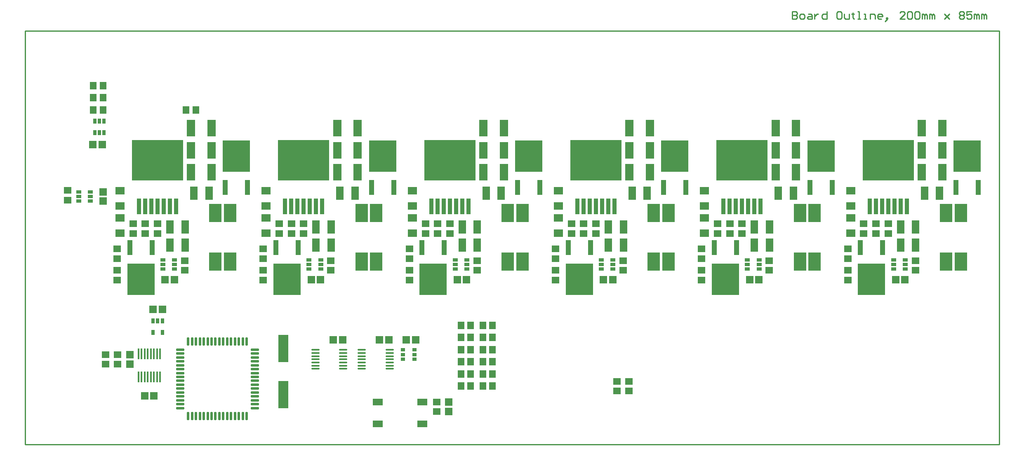
<source format=gtp>
%FSLAX44Y44*%
%MOMM*%
G71*
G01*
G75*
G04 Layer_Color=8421504*
%ADD10R,1.6000X1.5000*%
%ADD11R,1.5000X1.4000*%
%ADD12R,1.4000X1.5000*%
%ADD13R,0.6500X1.1000*%
%ADD14R,1.5000X1.6000*%
%ADD15R,1.1000X0.6500*%
%ADD16R,0.9500X3.2000*%
%ADD17R,10.5000X8.3000*%
%ADD18R,1.8000X3.5000*%
%ADD19R,1.9000X1.5000*%
%ADD20O,0.4000X2.2500*%
%ADD21R,0.9000X0.6500*%
%ADD22O,1.7000X0.3500*%
%ADD23O,0.5500X1.7500*%
%ADD24O,1.7500X0.5500*%
%ADD25R,2.5000X3.8500*%
%ADD26R,1.5000X2.8000*%
%ADD27R,1.0000X3.0500*%
%ADD28R,5.5500X6.5000*%
%ADD29R,2.1000X5.6000*%
%ADD30R,2.1000X1.4000*%
%ADD31C,0.2000*%
%ADD32C,1.5000*%
%ADD33C,0.8000*%
%ADD34C,1.2000*%
%ADD35C,0.7500*%
%ADD36C,1.0000*%
%ADD37C,0.2540*%
%ADD38R,1.5000X1.5000*%
%ADD39C,1.5000*%
%ADD40R,1.5000X1.5000*%
%ADD41C,1.0000*%
%ADD42C,7.0000*%
%ADD43C,2.5400*%
%ADD44C,0.5000*%
%ADD45C,0.9000*%
%ADD46C,1.0160*%
%ADD47C,1.9160*%
G04:AMPARAMS|DCode=48|XSize=2.424mm|YSize=2.424mm|CornerRadius=0mm|HoleSize=0mm|Usage=FLASHONLY|Rotation=0.000|XOffset=0mm|YOffset=0mm|HoleType=Round|Shape=Relief|Width=0.254mm|Gap=0.254mm|Entries=4|*
%AMTHD48*
7,0,0,2.4240,1.9160,0.2540,45*
%
%ADD48THD48*%
%ADD49C,1.3160*%
%ADD50C,4.5160*%
%ADD51C,2.5160*%
G04:AMPARAMS|DCode=52|XSize=3.024mm|YSize=3.024mm|CornerRadius=0mm|HoleSize=0mm|Usage=FLASHONLY|Rotation=0.000|XOffset=0mm|YOffset=0mm|HoleType=Round|Shape=Relief|Width=0.254mm|Gap=0.254mm|Entries=4|*
%AMTHD52*
7,0,0,3.0240,2.5160,0.2540,45*
%
%ADD52THD52*%
%ADD53C,1.2160*%
%ADD54C,1.5160*%
%ADD55C,0.2500*%
%ADD56C,0.6000*%
%ADD57C,0.3810*%
%ADD58C,0.2032*%
D10*
X1665000Y1990500D02*
D03*
Y2009500D02*
D03*
X1610000Y2344500D02*
D03*
Y2325500D02*
D03*
X2320000Y1893000D02*
D03*
Y1912000D02*
D03*
D11*
X1640000Y2010000D02*
D03*
Y1990000D02*
D03*
X1615000Y2010000D02*
D03*
Y1990000D02*
D03*
X1537500Y2347500D02*
D03*
Y2327500D02*
D03*
X2690000Y1935000D02*
D03*
Y1955000D02*
D03*
X2665000Y1935000D02*
D03*
Y1955000D02*
D03*
X2295000Y1892500D02*
D03*
Y1912500D02*
D03*
X3172000Y2279000D02*
D03*
Y2259000D02*
D03*
X3222000Y2279000D02*
D03*
Y2259000D02*
D03*
X3197000D02*
D03*
Y2279000D02*
D03*
X3139000Y2163000D02*
D03*
Y2183000D02*
D03*
Y2207000D02*
D03*
Y2227000D02*
D03*
X3278000Y2203000D02*
D03*
Y2183000D02*
D03*
X2272000Y2279000D02*
D03*
Y2259000D02*
D03*
X2322000Y2279000D02*
D03*
Y2259000D02*
D03*
X2297000D02*
D03*
Y2279000D02*
D03*
X2239000Y2163000D02*
D03*
Y2183000D02*
D03*
Y2207000D02*
D03*
Y2227000D02*
D03*
X2378000Y2203000D02*
D03*
Y2183000D02*
D03*
X2872000Y2279000D02*
D03*
Y2259000D02*
D03*
X2922000Y2279000D02*
D03*
Y2259000D02*
D03*
X2897000D02*
D03*
Y2279000D02*
D03*
X2839000Y2163000D02*
D03*
Y2183000D02*
D03*
Y2207000D02*
D03*
Y2227000D02*
D03*
X2978000Y2203000D02*
D03*
Y2183000D02*
D03*
X2572000Y2279000D02*
D03*
Y2259000D02*
D03*
X2622000Y2279000D02*
D03*
Y2259000D02*
D03*
X2597000D02*
D03*
Y2279000D02*
D03*
X2539000Y2163000D02*
D03*
Y2183000D02*
D03*
Y2207000D02*
D03*
Y2227000D02*
D03*
X2678000Y2203000D02*
D03*
Y2183000D02*
D03*
X1672000Y2279000D02*
D03*
Y2259000D02*
D03*
X1722000Y2279000D02*
D03*
Y2259000D02*
D03*
X1697000D02*
D03*
Y2279000D02*
D03*
X1639000Y2163000D02*
D03*
Y2183000D02*
D03*
Y2207000D02*
D03*
Y2227000D02*
D03*
X1778000Y2203000D02*
D03*
Y2183000D02*
D03*
X1972000Y2279000D02*
D03*
Y2259000D02*
D03*
X2022000Y2279000D02*
D03*
Y2259000D02*
D03*
X1997000D02*
D03*
Y2279000D02*
D03*
X1939000Y2163000D02*
D03*
Y2183000D02*
D03*
Y2207000D02*
D03*
Y2227000D02*
D03*
X2078000Y2203000D02*
D03*
Y2183000D02*
D03*
D12*
X1590250Y2512750D02*
D03*
X1610250D02*
D03*
Y2537750D02*
D03*
X1590250D02*
D03*
Y2562750D02*
D03*
X1610250D02*
D03*
X2345000Y1945000D02*
D03*
X2365000D02*
D03*
X2345000Y1970000D02*
D03*
X2365000D02*
D03*
X2345000Y1995000D02*
D03*
X2365000D02*
D03*
X2345000Y2020000D02*
D03*
X2365000D02*
D03*
X2345000Y2045000D02*
D03*
X2365000D02*
D03*
X2345000Y2070000D02*
D03*
X2365000D02*
D03*
X1780500Y2512750D02*
D03*
X1800500D02*
D03*
X2410000Y2070000D02*
D03*
X2390000D02*
D03*
X2410000Y2045000D02*
D03*
X2390000D02*
D03*
X2410000Y2020000D02*
D03*
X2390000D02*
D03*
X2410000Y1995000D02*
D03*
X2390000D02*
D03*
X2410000Y1970000D02*
D03*
X2390000D02*
D03*
X2410000Y1945000D02*
D03*
X2390000D02*
D03*
D13*
X1593250Y2489750D02*
D03*
X1602750D02*
D03*
X1612250D02*
D03*
Y2465750D02*
D03*
X1602750D02*
D03*
X1593250D02*
D03*
X1732000Y2055500D02*
D03*
X1713000D02*
D03*
Y2079500D02*
D03*
X1722500D02*
D03*
X1732000D02*
D03*
D14*
X1608250Y2441500D02*
D03*
X1589250D02*
D03*
X2233000Y2040000D02*
D03*
X2252000D02*
D03*
X2083000D02*
D03*
X2102000D02*
D03*
X2178000D02*
D03*
X2197000D02*
D03*
X1732000Y2102500D02*
D03*
X1713000D02*
D03*
X1695500Y1925000D02*
D03*
X1714500D02*
D03*
X3256500Y2164000D02*
D03*
X3237500D02*
D03*
X2356500D02*
D03*
X2337500D02*
D03*
X2956500D02*
D03*
X2937500D02*
D03*
X2656500D02*
D03*
X2637500D02*
D03*
X1756500D02*
D03*
X1737500D02*
D03*
X2056500D02*
D03*
X2037500D02*
D03*
D15*
X1560500Y2325500D02*
D03*
Y2335000D02*
D03*
Y2344500D02*
D03*
X1584500D02*
D03*
Y2335000D02*
D03*
Y2325500D02*
D03*
X3233000Y2204500D02*
D03*
Y2195000D02*
D03*
Y2185500D02*
D03*
X3257000D02*
D03*
Y2195000D02*
D03*
Y2204500D02*
D03*
X2333000D02*
D03*
Y2195000D02*
D03*
Y2185500D02*
D03*
X2357000D02*
D03*
Y2195000D02*
D03*
Y2204500D02*
D03*
X2933000D02*
D03*
Y2195000D02*
D03*
Y2185500D02*
D03*
X2957000D02*
D03*
Y2195000D02*
D03*
Y2204500D02*
D03*
X2633000D02*
D03*
Y2195000D02*
D03*
Y2185500D02*
D03*
X2657000D02*
D03*
Y2195000D02*
D03*
Y2204500D02*
D03*
X1733000D02*
D03*
Y2195000D02*
D03*
Y2185500D02*
D03*
X1757000D02*
D03*
Y2195000D02*
D03*
Y2204500D02*
D03*
X2033000D02*
D03*
Y2195000D02*
D03*
Y2185500D02*
D03*
X2057000D02*
D03*
Y2195000D02*
D03*
Y2204500D02*
D03*
D16*
X2883900Y2314500D02*
D03*
X2896600D02*
D03*
X2909300D02*
D03*
X2922000D02*
D03*
X2934700D02*
D03*
X2947400D02*
D03*
X2960100D02*
D03*
X1683900D02*
D03*
X1696600D02*
D03*
X1709300D02*
D03*
X1722000D02*
D03*
X1734700D02*
D03*
X1747400D02*
D03*
X1760100D02*
D03*
X2583900D02*
D03*
X2596600D02*
D03*
X2609300D02*
D03*
X2622000D02*
D03*
X2634700D02*
D03*
X2647400D02*
D03*
X2660100D02*
D03*
X1983900D02*
D03*
X1996600D02*
D03*
X2009300D02*
D03*
X2022000D02*
D03*
X2034700D02*
D03*
X2047400D02*
D03*
X2060100D02*
D03*
X2283900D02*
D03*
X2296600D02*
D03*
X2309300D02*
D03*
X2322000D02*
D03*
X2334700D02*
D03*
X2347400D02*
D03*
X2360100D02*
D03*
X3183900D02*
D03*
X3196600D02*
D03*
X3209300D02*
D03*
X3222000D02*
D03*
X3234700D02*
D03*
X3247400D02*
D03*
X3260100D02*
D03*
D17*
X2922000Y2409000D02*
D03*
X1722000D02*
D03*
X2622000D02*
D03*
X2022000D02*
D03*
X2322000D02*
D03*
X3222000D02*
D03*
D18*
X1833000Y2475000D02*
D03*
X1791000D02*
D03*
X2733000D02*
D03*
X2691000D02*
D03*
X2133000D02*
D03*
X2091000D02*
D03*
X3033000D02*
D03*
X2991000D02*
D03*
X2433000D02*
D03*
X2391000D02*
D03*
X3333000D02*
D03*
X3291000D02*
D03*
X3291000Y2385000D02*
D03*
X3333000D02*
D03*
X3291000Y2430000D02*
D03*
X3333000D02*
D03*
X2391000Y2385000D02*
D03*
X2433000D02*
D03*
X2391000Y2430000D02*
D03*
X2433000D02*
D03*
X2991000Y2385000D02*
D03*
X3033000D02*
D03*
X2991000Y2430000D02*
D03*
X3033000D02*
D03*
X2691000Y2385000D02*
D03*
X2733000D02*
D03*
X2691000Y2430000D02*
D03*
X2733000D02*
D03*
X1791000Y2385000D02*
D03*
X1833000D02*
D03*
X1791000Y2430000D02*
D03*
X1833000D02*
D03*
X2091000Y2385000D02*
D03*
X2133000D02*
D03*
X2091000Y2430000D02*
D03*
X2133000D02*
D03*
D19*
X3145000Y2290500D02*
D03*
Y2259500D02*
D03*
X2245000Y2290500D02*
D03*
Y2259500D02*
D03*
X2845000Y2290500D02*
D03*
Y2259500D02*
D03*
X1945000Y2290500D02*
D03*
Y2259500D02*
D03*
X2545000Y2290500D02*
D03*
Y2259500D02*
D03*
X1645000Y2290500D02*
D03*
Y2259500D02*
D03*
X3145000Y2346500D02*
D03*
Y2315500D02*
D03*
X2245000Y2346500D02*
D03*
Y2315500D02*
D03*
X2845000Y2346500D02*
D03*
Y2315500D02*
D03*
X2545000Y2346500D02*
D03*
Y2315500D02*
D03*
X1645000Y2346500D02*
D03*
Y2315500D02*
D03*
X1945000Y2346500D02*
D03*
Y2315500D02*
D03*
D20*
X1682775Y1963750D02*
D03*
X1689125D02*
D03*
X1695475D02*
D03*
X1701825D02*
D03*
X1708175D02*
D03*
X1714525D02*
D03*
X1720875D02*
D03*
X1727225D02*
D03*
X1682775Y2011250D02*
D03*
X1689125D02*
D03*
X1695475D02*
D03*
X1701825D02*
D03*
X1708175D02*
D03*
X1714525D02*
D03*
X1720875D02*
D03*
X1727225D02*
D03*
D21*
X2225500Y2000500D02*
D03*
Y2010000D02*
D03*
Y2019500D02*
D03*
X2249500D02*
D03*
Y2010000D02*
D03*
Y2000500D02*
D03*
D22*
X2046500Y2019500D02*
D03*
Y2013000D02*
D03*
Y2006500D02*
D03*
Y2000000D02*
D03*
Y1993500D02*
D03*
Y1987000D02*
D03*
Y1980500D02*
D03*
X2103500Y2019500D02*
D03*
Y2013000D02*
D03*
Y2006500D02*
D03*
Y2000000D02*
D03*
Y1993500D02*
D03*
Y1987000D02*
D03*
Y1980500D02*
D03*
X2141500Y2019500D02*
D03*
Y2013000D02*
D03*
Y2006500D02*
D03*
Y2000000D02*
D03*
Y1993500D02*
D03*
Y1987000D02*
D03*
Y1980500D02*
D03*
X2198500Y2019500D02*
D03*
Y2013000D02*
D03*
Y2006500D02*
D03*
Y2000000D02*
D03*
Y1993500D02*
D03*
Y1987000D02*
D03*
Y1980500D02*
D03*
D23*
X1905000Y2036500D02*
D03*
X1897000D02*
D03*
X1889000D02*
D03*
X1881000D02*
D03*
X1873000D02*
D03*
X1865000D02*
D03*
X1857000D02*
D03*
X1849000D02*
D03*
X1841000D02*
D03*
X1833000D02*
D03*
X1825000D02*
D03*
X1817000D02*
D03*
X1809000D02*
D03*
X1801000D02*
D03*
X1793000D02*
D03*
X1785000D02*
D03*
Y1883500D02*
D03*
X1793000D02*
D03*
X1801000D02*
D03*
X1809000D02*
D03*
X1817000D02*
D03*
X1825000D02*
D03*
X1833000D02*
D03*
X1841000D02*
D03*
X1849000D02*
D03*
X1857000D02*
D03*
X1865000D02*
D03*
X1873000D02*
D03*
X1881000D02*
D03*
X1889000D02*
D03*
X1897000D02*
D03*
X1905000D02*
D03*
D24*
X1768500Y2020000D02*
D03*
Y2012000D02*
D03*
Y2004000D02*
D03*
Y1996000D02*
D03*
Y1988000D02*
D03*
Y1980000D02*
D03*
Y1972000D02*
D03*
Y1964000D02*
D03*
Y1956000D02*
D03*
Y1948000D02*
D03*
Y1940000D02*
D03*
Y1932000D02*
D03*
Y1924000D02*
D03*
Y1916000D02*
D03*
Y1908000D02*
D03*
Y1900000D02*
D03*
X1921500D02*
D03*
Y1908000D02*
D03*
Y1916000D02*
D03*
Y1924000D02*
D03*
Y1932000D02*
D03*
Y1940000D02*
D03*
Y1948000D02*
D03*
Y1956000D02*
D03*
Y1964000D02*
D03*
Y1972000D02*
D03*
Y1980000D02*
D03*
Y1988000D02*
D03*
Y1996000D02*
D03*
Y2004000D02*
D03*
Y2012000D02*
D03*
Y2020000D02*
D03*
D25*
X3341000Y2201250D02*
D03*
X3371000D02*
D03*
Y2300750D02*
D03*
X3341000D02*
D03*
X2441000Y2201250D02*
D03*
X2471000D02*
D03*
Y2300750D02*
D03*
X2441000D02*
D03*
X3041000Y2201250D02*
D03*
X3071000D02*
D03*
Y2300750D02*
D03*
X3041000D02*
D03*
X2741000Y2201250D02*
D03*
X2771000D02*
D03*
Y2300750D02*
D03*
X2741000D02*
D03*
X1841000Y2201250D02*
D03*
X1871000D02*
D03*
Y2300750D02*
D03*
X1841000D02*
D03*
X2141000Y2201250D02*
D03*
X2171000D02*
D03*
Y2300750D02*
D03*
X2141000D02*
D03*
D26*
X3296500Y2342000D02*
D03*
X3327500D02*
D03*
X3247500Y2235000D02*
D03*
X3278500D02*
D03*
X3247500Y2272000D02*
D03*
X3278500D02*
D03*
X2396500Y2342000D02*
D03*
X2427500D02*
D03*
X2347500Y2235000D02*
D03*
X2378500D02*
D03*
X2347500Y2272000D02*
D03*
X2378500D02*
D03*
X2996500Y2342000D02*
D03*
X3027500D02*
D03*
X2947500Y2235000D02*
D03*
X2978500D02*
D03*
X2947500Y2272000D02*
D03*
X2978500D02*
D03*
X2696500Y2342000D02*
D03*
X2727500D02*
D03*
X2647500Y2235000D02*
D03*
X2678500D02*
D03*
X2647500Y2272000D02*
D03*
X2678500D02*
D03*
X1796500Y2342000D02*
D03*
X1827500D02*
D03*
X1747500Y2235000D02*
D03*
X1778500D02*
D03*
X1747500Y2272000D02*
D03*
X1778500D02*
D03*
X2096500Y2342000D02*
D03*
X2127500D02*
D03*
X2047500Y2235000D02*
D03*
X2078500D02*
D03*
X2047500Y2272000D02*
D03*
X2078500D02*
D03*
D27*
X3361100Y2353500D02*
D03*
X3406900D02*
D03*
X3210900Y2229500D02*
D03*
X3165100D02*
D03*
X2461100Y2353500D02*
D03*
X2506900D02*
D03*
X2310900Y2229500D02*
D03*
X2265100D02*
D03*
X3061100Y2353500D02*
D03*
X3106900D02*
D03*
X2910900Y2229500D02*
D03*
X2865100D02*
D03*
X2761100Y2353500D02*
D03*
X2806900D02*
D03*
X2610900Y2229500D02*
D03*
X2565100D02*
D03*
X1861100Y2353500D02*
D03*
X1906900D02*
D03*
X1710900Y2229500D02*
D03*
X1665100D02*
D03*
X2161100Y2353500D02*
D03*
X2206900D02*
D03*
X2010900Y2229500D02*
D03*
X1965100D02*
D03*
D28*
X3384000Y2418000D02*
D03*
X3188000Y2165000D02*
D03*
X2484000Y2418000D02*
D03*
X2288000Y2165000D02*
D03*
X3084000Y2418000D02*
D03*
X2888000Y2165000D02*
D03*
X2784000Y2418000D02*
D03*
X2588000Y2165000D02*
D03*
X1884000Y2418000D02*
D03*
X1688000Y2165000D02*
D03*
X2184000Y2418000D02*
D03*
X1988000Y2165000D02*
D03*
D29*
X1980000Y1927500D02*
D03*
Y2022500D02*
D03*
D30*
X2174500Y1912500D02*
D03*
X2265500Y1867500D02*
D03*
Y1912500D02*
D03*
X2174500Y1867500D02*
D03*
D37*
X1450000Y1825000D02*
Y2675000D01*
Y1825000D02*
X3450000D01*
Y2675000D01*
X1450000D02*
X3450000D01*
X3025000Y2715235D02*
Y2700000D01*
X3032617D01*
X3035157Y2702539D01*
Y2705078D01*
X3032617Y2707617D01*
X3025000D01*
X3032617D01*
X3035157Y2710157D01*
Y2712696D01*
X3032617Y2715235D01*
X3025000D01*
X3042774Y2700000D02*
X3047852D01*
X3050392Y2702539D01*
Y2707617D01*
X3047852Y2710157D01*
X3042774D01*
X3040235Y2707617D01*
Y2702539D01*
X3042774Y2700000D01*
X3058009Y2710157D02*
X3063088D01*
X3065627Y2707617D01*
Y2700000D01*
X3058009D01*
X3055470Y2702539D01*
X3058009Y2705078D01*
X3065627D01*
X3070705Y2710157D02*
Y2700000D01*
Y2705078D01*
X3073244Y2707617D01*
X3075784Y2710157D01*
X3078323D01*
X3096097Y2715235D02*
Y2700000D01*
X3088480D01*
X3085940Y2702539D01*
Y2707617D01*
X3088480Y2710157D01*
X3096097D01*
X3124028Y2715235D02*
X3118950D01*
X3116411Y2712696D01*
Y2702539D01*
X3118950Y2700000D01*
X3124028D01*
X3126567Y2702539D01*
Y2712696D01*
X3124028Y2715235D01*
X3131646Y2710157D02*
Y2702539D01*
X3134185Y2700000D01*
X3141802D01*
Y2710157D01*
X3149420Y2712696D02*
Y2710157D01*
X3146880D01*
X3151959D01*
X3149420D01*
Y2702539D01*
X3151959Y2700000D01*
X3159576D02*
X3164655D01*
X3162115D01*
Y2715235D01*
X3159576D01*
X3172272Y2700000D02*
X3177351D01*
X3174811D01*
Y2710157D01*
X3172272D01*
X3184968Y2700000D02*
Y2710157D01*
X3192586D01*
X3195125Y2707617D01*
Y2700000D01*
X3207821D02*
X3202743D01*
X3200203Y2702539D01*
Y2707617D01*
X3202743Y2710157D01*
X3207821D01*
X3210360Y2707617D01*
Y2705078D01*
X3200203D01*
X3217978Y2697461D02*
X3220517Y2700000D01*
Y2702539D01*
X3217978D01*
Y2700000D01*
X3220517D01*
X3217978Y2697461D01*
X3215439Y2694922D01*
X3256065Y2700000D02*
X3245909D01*
X3256065Y2710157D01*
Y2712696D01*
X3253526Y2715235D01*
X3248448D01*
X3245909Y2712696D01*
X3261143D02*
X3263683Y2715235D01*
X3268761D01*
X3271300Y2712696D01*
Y2702539D01*
X3268761Y2700000D01*
X3263683D01*
X3261143Y2702539D01*
Y2712696D01*
X3276379D02*
X3278918Y2715235D01*
X3283996D01*
X3286535Y2712696D01*
Y2702539D01*
X3283996Y2700000D01*
X3278918D01*
X3276379Y2702539D01*
Y2712696D01*
X3291614Y2700000D02*
Y2710157D01*
X3294153D01*
X3296692Y2707617D01*
Y2700000D01*
Y2707617D01*
X3299231Y2710157D01*
X3301771Y2707617D01*
Y2700000D01*
X3306849D02*
Y2710157D01*
X3309388D01*
X3311927Y2707617D01*
Y2700000D01*
Y2707617D01*
X3314466Y2710157D01*
X3317006Y2707617D01*
Y2700000D01*
X3337319Y2710157D02*
X3347476Y2700000D01*
X3342397Y2705078D01*
X3347476Y2710157D01*
X3337319Y2700000D01*
X3367789Y2712696D02*
X3370328Y2715235D01*
X3375406D01*
X3377946Y2712696D01*
Y2710157D01*
X3375406Y2707617D01*
X3377946Y2705078D01*
Y2702539D01*
X3375406Y2700000D01*
X3370328D01*
X3367789Y2702539D01*
Y2705078D01*
X3370328Y2707617D01*
X3367789Y2710157D01*
Y2712696D01*
X3370328Y2707617D02*
X3375406D01*
X3393181Y2715235D02*
X3383024D01*
Y2707617D01*
X3388102Y2710157D01*
X3390642D01*
X3393181Y2707617D01*
Y2702539D01*
X3390642Y2700000D01*
X3385563D01*
X3383024Y2702539D01*
X3398259Y2700000D02*
Y2710157D01*
X3400798D01*
X3403338Y2707617D01*
Y2700000D01*
Y2707617D01*
X3405877Y2710157D01*
X3408416Y2707617D01*
Y2700000D01*
X3413494D02*
Y2710157D01*
X3416034D01*
X3418573Y2707617D01*
Y2700000D01*
Y2707617D01*
X3421112Y2710157D01*
X3423651Y2707617D01*
Y2700000D01*
M02*

</source>
